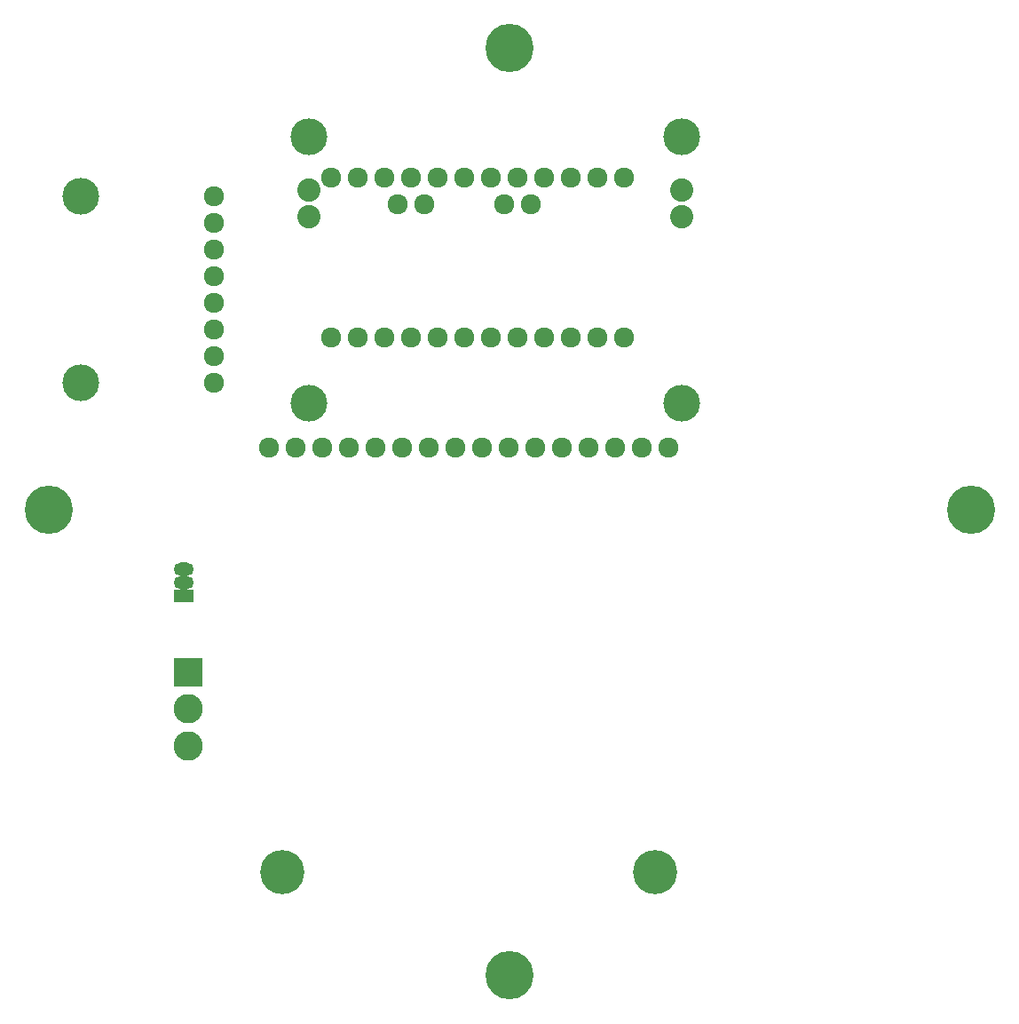
<source format=gbr>
G04 #@! TF.FileFunction,Soldermask,Top*
%FSLAX46Y46*%
G04 Gerber Fmt 4.6, Leading zero omitted, Abs format (unit mm)*
G04 Created by KiCad (PCBNEW 4.0.2-stable) date Tuesday, August 01, 2017 'PMt' 03:56:38 PM*
%MOMM*%
G01*
G04 APERTURE LIST*
%ADD10C,0.100000*%
%ADD11C,2.800000*%
%ADD12R,2.800000X2.800000*%
%ADD13O,1.900000X1.300000*%
%ADD14R,1.900000X1.300000*%
%ADD15C,4.210000*%
%ADD16C,1.924000*%
%ADD17C,4.600000*%
%ADD18C,2.220000*%
%ADD19C,3.500000*%
G04 APERTURE END LIST*
D10*
D11*
X94000000Y-120600000D03*
X94000000Y-124100000D03*
D12*
X94000000Y-117100000D03*
D13*
X93600000Y-108530000D03*
X93600000Y-107260000D03*
D14*
X93600000Y-109800000D03*
D15*
X103050000Y-136150000D03*
D16*
X139850000Y-95675000D03*
X137310000Y-95675000D03*
X134770000Y-95675000D03*
X132230000Y-95675000D03*
X129690000Y-95675000D03*
X127150000Y-95675000D03*
X124610000Y-95675000D03*
X122070000Y-95675000D03*
X119530000Y-95675000D03*
X116990000Y-95675000D03*
X114450000Y-95675000D03*
X111910000Y-95675000D03*
X109370000Y-95675000D03*
X106830000Y-95675000D03*
X104290000Y-95675000D03*
X101750000Y-95675000D03*
D15*
X138550000Y-136150000D03*
D17*
X80700000Y-101600000D03*
X168700000Y-101600000D03*
X124700000Y-57600000D03*
X124700000Y-146000000D03*
D18*
X105520000Y-73650000D03*
D19*
X141080000Y-91430000D03*
X105520000Y-91430000D03*
X141080000Y-66030000D03*
X105520000Y-66030000D03*
D18*
X105520000Y-71110000D03*
X141080000Y-73650000D03*
X141080000Y-71110000D03*
D19*
X83750000Y-71710000D03*
D16*
X96450000Y-71710000D03*
X96450000Y-74250000D03*
X96450000Y-76790000D03*
X96450000Y-79330000D03*
X96450000Y-81870000D03*
X96450000Y-84410000D03*
X96450000Y-86950000D03*
X96450000Y-89490000D03*
D19*
X83750000Y-89490000D03*
D16*
X116520000Y-72520000D03*
X113980000Y-72520000D03*
X135570000Y-85220000D03*
X133030000Y-85220000D03*
X130490000Y-85220000D03*
X127950000Y-85220000D03*
X125410000Y-85220000D03*
X122870000Y-85220000D03*
X120330000Y-85220000D03*
X117790000Y-85220000D03*
X115250000Y-85220000D03*
X112710000Y-85220000D03*
X110170000Y-85220000D03*
X107630000Y-85220000D03*
X107630000Y-69980000D03*
X110170000Y-69980000D03*
X112710000Y-69980000D03*
X115250000Y-69980000D03*
X117790000Y-69980000D03*
X120330000Y-69980000D03*
X122870000Y-69980000D03*
X125410000Y-69980000D03*
X127950000Y-69980000D03*
X130490000Y-69980000D03*
X133030000Y-69980000D03*
X135570000Y-69980000D03*
X124140000Y-72520000D03*
X126680000Y-72520000D03*
M02*

</source>
